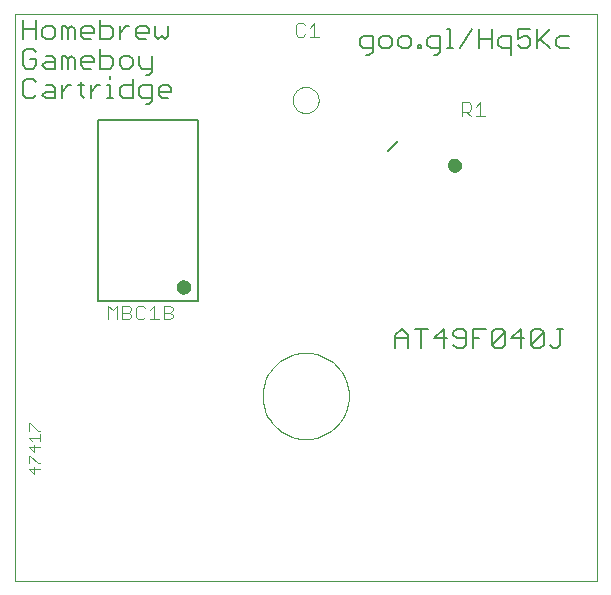
<source format=gto>
G75*
G70*
%OFA0B0*%
%FSLAX24Y24*%
%IPPOS*%
%LPD*%
%AMOC8*
5,1,8,0,0,1.08239X$1,22.5*
%
%ADD10C,0.0000*%
%ADD11C,0.0060*%
%ADD12C,0.0030*%
%ADD13C,0.0080*%
%ADD14C,0.0040*%
%ADD15C,0.0240*%
D10*
X000303Y000269D02*
X019713Y000269D01*
X019713Y019166D01*
X000303Y019166D01*
X000303Y000269D01*
X008571Y006430D02*
X008573Y006505D01*
X008579Y006580D01*
X008589Y006655D01*
X008602Y006729D01*
X008620Y006802D01*
X008641Y006874D01*
X008666Y006945D01*
X008695Y007014D01*
X008728Y007082D01*
X008764Y007148D01*
X008803Y007213D01*
X008845Y007275D01*
X008891Y007334D01*
X008940Y007392D01*
X008992Y007446D01*
X009046Y007498D01*
X009104Y007547D01*
X009163Y007593D01*
X009225Y007635D01*
X009289Y007674D01*
X009356Y007710D01*
X009424Y007743D01*
X009493Y007772D01*
X009564Y007797D01*
X009636Y007818D01*
X009709Y007836D01*
X009783Y007849D01*
X009858Y007859D01*
X009933Y007865D01*
X010008Y007867D01*
X010083Y007865D01*
X010158Y007859D01*
X010233Y007849D01*
X010307Y007836D01*
X010380Y007818D01*
X010452Y007797D01*
X010523Y007772D01*
X010592Y007743D01*
X010660Y007710D01*
X010726Y007674D01*
X010791Y007635D01*
X010853Y007593D01*
X010912Y007547D01*
X010970Y007498D01*
X011024Y007446D01*
X011076Y007392D01*
X011125Y007334D01*
X011171Y007275D01*
X011213Y007213D01*
X011252Y007149D01*
X011288Y007082D01*
X011321Y007014D01*
X011350Y006945D01*
X011375Y006874D01*
X011396Y006802D01*
X011414Y006729D01*
X011427Y006655D01*
X011437Y006580D01*
X011443Y006505D01*
X011445Y006430D01*
X011443Y006355D01*
X011437Y006280D01*
X011427Y006205D01*
X011414Y006131D01*
X011396Y006058D01*
X011375Y005986D01*
X011350Y005915D01*
X011321Y005846D01*
X011288Y005778D01*
X011252Y005712D01*
X011213Y005647D01*
X011171Y005585D01*
X011125Y005526D01*
X011076Y005468D01*
X011024Y005414D01*
X010970Y005362D01*
X010912Y005313D01*
X010853Y005267D01*
X010791Y005225D01*
X010727Y005186D01*
X010660Y005150D01*
X010592Y005117D01*
X010523Y005088D01*
X010452Y005063D01*
X010380Y005042D01*
X010307Y005024D01*
X010233Y005011D01*
X010158Y005001D01*
X010083Y004995D01*
X010008Y004993D01*
X009933Y004995D01*
X009858Y005001D01*
X009783Y005011D01*
X009709Y005024D01*
X009636Y005042D01*
X009564Y005063D01*
X009493Y005088D01*
X009424Y005117D01*
X009356Y005150D01*
X009290Y005186D01*
X009225Y005225D01*
X009163Y005267D01*
X009104Y005313D01*
X009046Y005362D01*
X008992Y005414D01*
X008940Y005468D01*
X008891Y005526D01*
X008845Y005585D01*
X008803Y005647D01*
X008764Y005711D01*
X008728Y005778D01*
X008695Y005846D01*
X008666Y005915D01*
X008641Y005986D01*
X008620Y006058D01*
X008602Y006131D01*
X008589Y006205D01*
X008579Y006280D01*
X008573Y006355D01*
X008571Y006430D01*
X009575Y016292D02*
X009577Y016333D01*
X009583Y016374D01*
X009593Y016414D01*
X009606Y016453D01*
X009623Y016490D01*
X009644Y016526D01*
X009668Y016560D01*
X009695Y016591D01*
X009724Y016619D01*
X009757Y016645D01*
X009791Y016667D01*
X009828Y016686D01*
X009866Y016701D01*
X009906Y016713D01*
X009946Y016721D01*
X009987Y016725D01*
X010029Y016725D01*
X010070Y016721D01*
X010110Y016713D01*
X010150Y016701D01*
X010188Y016686D01*
X010224Y016667D01*
X010259Y016645D01*
X010292Y016619D01*
X010321Y016591D01*
X010348Y016560D01*
X010372Y016526D01*
X010393Y016490D01*
X010410Y016453D01*
X010423Y016414D01*
X010433Y016374D01*
X010439Y016333D01*
X010441Y016292D01*
X010439Y016251D01*
X010433Y016210D01*
X010423Y016170D01*
X010410Y016131D01*
X010393Y016094D01*
X010372Y016058D01*
X010348Y016024D01*
X010321Y015993D01*
X010292Y015965D01*
X010259Y015939D01*
X010225Y015917D01*
X010188Y015898D01*
X010150Y015883D01*
X010110Y015871D01*
X010070Y015863D01*
X010029Y015859D01*
X009987Y015859D01*
X009946Y015863D01*
X009906Y015871D01*
X009866Y015883D01*
X009828Y015898D01*
X009792Y015917D01*
X009757Y015939D01*
X009724Y015965D01*
X009695Y015993D01*
X009668Y016024D01*
X009644Y016058D01*
X009623Y016094D01*
X009606Y016131D01*
X009593Y016170D01*
X009583Y016210D01*
X009577Y016251D01*
X009575Y016292D01*
D11*
X011810Y018122D02*
X011916Y018015D01*
X012237Y018015D01*
X012237Y017909D02*
X012237Y018442D01*
X011916Y018442D01*
X011810Y018336D01*
X011810Y018122D01*
X012023Y017802D02*
X012130Y017802D01*
X012237Y017909D01*
X012454Y018122D02*
X012561Y018015D01*
X012774Y018015D01*
X012881Y018122D01*
X012881Y018336D01*
X012774Y018442D01*
X012561Y018442D01*
X012454Y018336D01*
X012454Y018122D01*
X013099Y018122D02*
X013205Y018015D01*
X013419Y018015D01*
X013526Y018122D01*
X013526Y018336D01*
X013419Y018442D01*
X013205Y018442D01*
X013099Y018336D01*
X013099Y018122D01*
X013743Y018122D02*
X013850Y018122D01*
X013850Y018015D01*
X013743Y018015D01*
X013743Y018122D01*
X014065Y018122D02*
X014065Y018336D01*
X014172Y018442D01*
X014492Y018442D01*
X014492Y017909D01*
X014386Y017802D01*
X014279Y017802D01*
X014172Y018015D02*
X014492Y018015D01*
X014710Y018015D02*
X014924Y018015D01*
X014817Y018015D02*
X014817Y018656D01*
X014710Y018656D01*
X015140Y018015D02*
X015567Y018656D01*
X015784Y018656D02*
X015784Y018015D01*
X015784Y018336D02*
X016211Y018336D01*
X016429Y018336D02*
X016429Y018122D01*
X016536Y018015D01*
X016856Y018015D01*
X016856Y017802D02*
X016856Y018442D01*
X016536Y018442D01*
X016429Y018336D01*
X016211Y018656D02*
X016211Y018015D01*
X017073Y018122D02*
X017180Y018015D01*
X017394Y018015D01*
X017500Y018122D01*
X017500Y018336D01*
X017394Y018442D01*
X017287Y018442D01*
X017073Y018336D01*
X017073Y018656D01*
X017500Y018656D01*
X017718Y018656D02*
X017718Y018015D01*
X017718Y018229D02*
X018145Y018656D01*
X018362Y018336D02*
X018362Y018122D01*
X018469Y018015D01*
X018789Y018015D01*
X018789Y018442D02*
X018469Y018442D01*
X018362Y018336D01*
X018145Y018015D02*
X017825Y018336D01*
X014172Y018015D02*
X014065Y018122D01*
X005421Y018437D02*
X005421Y018757D01*
X005421Y018437D02*
X005314Y018330D01*
X005207Y018437D01*
X005100Y018330D01*
X004993Y018437D01*
X004993Y018757D01*
X004776Y018651D02*
X004776Y018544D01*
X004349Y018544D01*
X004349Y018437D02*
X004349Y018651D01*
X004456Y018757D01*
X004669Y018757D01*
X004776Y018651D01*
X004669Y018330D02*
X004456Y018330D01*
X004349Y018437D01*
X004132Y018757D02*
X004025Y018757D01*
X003812Y018544D01*
X003812Y018757D02*
X003812Y018330D01*
X003594Y018437D02*
X003594Y018651D01*
X003488Y018757D01*
X003167Y018757D01*
X003167Y018971D02*
X003167Y018330D01*
X003488Y018330D01*
X003594Y018437D01*
X003167Y017987D02*
X003167Y017346D01*
X003488Y017346D01*
X003594Y017453D01*
X003594Y017666D01*
X003488Y017773D01*
X003167Y017773D01*
X002950Y017666D02*
X002950Y017560D01*
X002523Y017560D01*
X002523Y017666D02*
X002523Y017453D01*
X002629Y017346D01*
X002843Y017346D01*
X002950Y017666D02*
X002843Y017773D01*
X002629Y017773D01*
X002523Y017666D01*
X002305Y017666D02*
X002305Y017346D01*
X002092Y017346D02*
X002092Y017666D01*
X002198Y017773D01*
X002305Y017666D01*
X002092Y017666D02*
X001985Y017773D01*
X001878Y017773D01*
X001878Y017346D01*
X001661Y017346D02*
X001340Y017346D01*
X001234Y017453D01*
X001340Y017560D01*
X001661Y017560D01*
X001661Y017666D02*
X001554Y017773D01*
X001340Y017773D01*
X001016Y017666D02*
X001016Y017453D01*
X000909Y017346D01*
X000696Y017346D01*
X000589Y017453D01*
X000589Y017880D01*
X000696Y017987D01*
X000909Y017987D01*
X001016Y017880D01*
X001016Y017666D02*
X000803Y017666D01*
X001016Y018330D02*
X001016Y018971D01*
X001234Y018651D02*
X001340Y018757D01*
X001554Y018757D01*
X001661Y018651D01*
X001661Y018437D01*
X001554Y018330D01*
X001340Y018330D01*
X001234Y018437D01*
X001234Y018651D01*
X001016Y018651D02*
X000589Y018651D01*
X000589Y018971D02*
X000589Y018330D01*
X001661Y017666D02*
X001661Y017346D01*
X001554Y016789D02*
X001340Y016789D01*
X001340Y016575D02*
X001661Y016575D01*
X001661Y016682D02*
X001554Y016789D01*
X001661Y016682D02*
X001661Y016362D01*
X001340Y016362D01*
X001234Y016469D01*
X001340Y016575D01*
X001016Y016469D02*
X000909Y016362D01*
X000696Y016362D01*
X000589Y016469D01*
X000589Y016896D01*
X000696Y017002D01*
X000909Y017002D01*
X001016Y016896D01*
X001878Y016789D02*
X001878Y016362D01*
X001878Y016575D02*
X002092Y016789D01*
X002198Y016789D01*
X002415Y016789D02*
X002629Y016789D01*
X002522Y016896D02*
X002522Y016469D01*
X002629Y016362D01*
X002845Y016362D02*
X002845Y016789D01*
X003058Y016789D02*
X002845Y016575D01*
X003058Y016789D02*
X003165Y016789D01*
X003382Y016789D02*
X003489Y016789D01*
X003489Y016362D01*
X003382Y016362D02*
X003596Y016362D01*
X003812Y016469D02*
X003812Y016682D01*
X003919Y016789D01*
X004239Y016789D01*
X004239Y017002D02*
X004239Y016362D01*
X003919Y016362D01*
X003812Y016469D01*
X003489Y017002D02*
X003489Y017109D01*
X003812Y017453D02*
X003919Y017346D01*
X004132Y017346D01*
X004239Y017453D01*
X004239Y017666D01*
X004132Y017773D01*
X003919Y017773D01*
X003812Y017666D01*
X003812Y017453D01*
X004456Y017453D02*
X004563Y017346D01*
X004883Y017346D01*
X004883Y017239D02*
X004777Y017133D01*
X004670Y017133D01*
X004883Y017239D02*
X004883Y017773D01*
X004456Y017773D02*
X004456Y017453D01*
X004563Y016789D02*
X004456Y016682D01*
X004456Y016469D01*
X004563Y016362D01*
X004883Y016362D01*
X004883Y016255D02*
X004883Y016789D01*
X004563Y016789D01*
X005101Y016682D02*
X005101Y016469D01*
X005208Y016362D01*
X005421Y016362D01*
X005528Y016575D02*
X005101Y016575D01*
X005101Y016682D02*
X005208Y016789D01*
X005421Y016789D01*
X005528Y016682D01*
X005528Y016575D01*
X004883Y016255D02*
X004777Y016148D01*
X004670Y016148D01*
X002843Y018330D02*
X002629Y018330D01*
X002523Y018437D01*
X002523Y018651D01*
X002629Y018757D01*
X002843Y018757D01*
X002950Y018651D01*
X002950Y018544D01*
X002523Y018544D01*
X002305Y018651D02*
X002305Y018330D01*
X002092Y018330D02*
X002092Y018651D01*
X002198Y018757D01*
X002305Y018651D01*
X002092Y018651D02*
X001985Y018757D01*
X001878Y018757D01*
X001878Y018330D01*
X012999Y008455D02*
X012999Y008028D01*
X012999Y008348D02*
X013426Y008348D01*
X013426Y008455D02*
X013426Y008028D01*
X013426Y008455D02*
X013212Y008668D01*
X012999Y008455D01*
X013643Y008668D02*
X014070Y008668D01*
X014288Y008348D02*
X014715Y008348D01*
X014932Y008455D02*
X014932Y008562D01*
X015039Y008668D01*
X015252Y008668D01*
X015359Y008562D01*
X015359Y008135D01*
X015252Y008028D01*
X015039Y008028D01*
X014932Y008135D01*
X015039Y008348D02*
X015359Y008348D01*
X015577Y008348D02*
X015790Y008348D01*
X015577Y008028D02*
X015577Y008668D01*
X016004Y008668D01*
X016221Y008562D02*
X016328Y008668D01*
X016542Y008668D01*
X016648Y008562D01*
X016221Y008135D01*
X016328Y008028D01*
X016542Y008028D01*
X016648Y008135D01*
X016648Y008562D01*
X016866Y008348D02*
X017293Y008348D01*
X017510Y008135D02*
X017937Y008562D01*
X017937Y008135D01*
X017831Y008028D01*
X017617Y008028D01*
X017510Y008135D01*
X017510Y008562D01*
X017617Y008668D01*
X017831Y008668D01*
X017937Y008562D01*
X018368Y008668D02*
X018582Y008668D01*
X018475Y008668D02*
X018475Y008135D01*
X018368Y008028D01*
X018262Y008028D01*
X018155Y008135D01*
X017186Y008028D02*
X017186Y008668D01*
X016866Y008348D01*
X016221Y008135D02*
X016221Y008562D01*
X015039Y008348D02*
X014932Y008455D01*
X014608Y008668D02*
X014608Y008028D01*
X014288Y008348D02*
X014608Y008668D01*
X013857Y008668D02*
X013857Y008028D01*
D12*
X001135Y005277D02*
X001074Y005277D01*
X000831Y005520D01*
X000771Y005520D01*
X000771Y005277D01*
X000771Y005036D02*
X001135Y005036D01*
X001135Y004915D02*
X001135Y005157D01*
X000892Y004915D02*
X000771Y005036D01*
X000771Y004734D02*
X000953Y004552D01*
X000953Y004795D01*
X001135Y004734D02*
X000771Y004734D01*
X000771Y004432D02*
X000831Y004432D01*
X001074Y004190D01*
X001135Y004190D01*
X001135Y004009D02*
X000771Y004009D01*
X000953Y003827D01*
X000953Y004070D01*
X000771Y004190D02*
X000771Y004432D01*
D13*
X003098Y009598D02*
X003098Y015621D01*
X006406Y015621D01*
X006406Y009598D01*
X003098Y009598D01*
X012760Y014596D02*
X013091Y014926D01*
D14*
X015208Y015759D02*
X015208Y016219D01*
X015438Y016219D01*
X015515Y016143D01*
X015515Y015989D01*
X015438Y015912D01*
X015208Y015912D01*
X015361Y015912D02*
X015515Y015759D01*
X015668Y015759D02*
X015975Y015759D01*
X015822Y015759D02*
X015822Y016219D01*
X015668Y016066D01*
X010445Y018405D02*
X010138Y018405D01*
X010292Y018405D02*
X010292Y018866D01*
X010138Y018712D01*
X009985Y018789D02*
X009908Y018866D01*
X009755Y018866D01*
X009678Y018789D01*
X009678Y018482D01*
X009755Y018405D01*
X009908Y018405D01*
X009985Y018482D01*
X005498Y009442D02*
X005268Y009442D01*
X005268Y008982D01*
X005498Y008982D01*
X005575Y009058D01*
X005575Y009135D01*
X005498Y009212D01*
X005268Y009212D01*
X005498Y009212D02*
X005575Y009289D01*
X005575Y009365D01*
X005498Y009442D01*
X004961Y009442D02*
X004961Y008982D01*
X004808Y008982D02*
X005115Y008982D01*
X004808Y009289D02*
X004961Y009442D01*
X004654Y009365D02*
X004578Y009442D01*
X004424Y009442D01*
X004347Y009365D01*
X004347Y009058D01*
X004424Y008982D01*
X004578Y008982D01*
X004654Y009058D01*
X004194Y009058D02*
X004117Y008982D01*
X003887Y008982D01*
X003887Y009442D01*
X004117Y009442D01*
X004194Y009365D01*
X004194Y009289D01*
X004117Y009212D01*
X003887Y009212D01*
X004117Y009212D02*
X004194Y009135D01*
X004194Y009058D01*
X003734Y008982D02*
X003734Y009442D01*
X003580Y009289D01*
X003427Y009442D01*
X003427Y008982D01*
D15*
X005811Y010062D02*
X005813Y010083D01*
X005819Y010103D01*
X005828Y010123D01*
X005840Y010140D01*
X005855Y010154D01*
X005873Y010166D01*
X005893Y010174D01*
X005913Y010179D01*
X005934Y010180D01*
X005955Y010177D01*
X005975Y010171D01*
X005994Y010160D01*
X006011Y010147D01*
X006024Y010131D01*
X006035Y010113D01*
X006043Y010093D01*
X006047Y010073D01*
X006047Y010051D01*
X006043Y010031D01*
X006035Y010011D01*
X006024Y009993D01*
X006011Y009977D01*
X005994Y009964D01*
X005975Y009953D01*
X005955Y009947D01*
X005934Y009944D01*
X005913Y009945D01*
X005893Y009950D01*
X005873Y009958D01*
X005855Y009970D01*
X005840Y009984D01*
X005828Y010001D01*
X005819Y010021D01*
X005813Y010041D01*
X005811Y010062D01*
X014851Y014127D02*
X014853Y014148D01*
X014859Y014168D01*
X014868Y014188D01*
X014880Y014205D01*
X014895Y014219D01*
X014913Y014231D01*
X014933Y014239D01*
X014953Y014244D01*
X014974Y014245D01*
X014995Y014242D01*
X015015Y014236D01*
X015034Y014225D01*
X015051Y014212D01*
X015064Y014196D01*
X015075Y014178D01*
X015083Y014158D01*
X015087Y014138D01*
X015087Y014116D01*
X015083Y014096D01*
X015075Y014076D01*
X015064Y014058D01*
X015051Y014042D01*
X015034Y014029D01*
X015015Y014018D01*
X014995Y014012D01*
X014974Y014009D01*
X014953Y014010D01*
X014933Y014015D01*
X014913Y014023D01*
X014895Y014035D01*
X014880Y014049D01*
X014868Y014066D01*
X014859Y014086D01*
X014853Y014106D01*
X014851Y014127D01*
M02*

</source>
